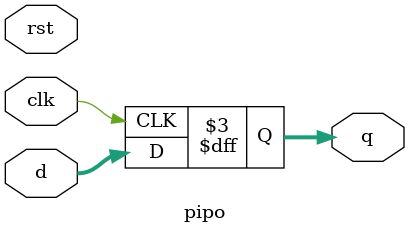
<source format=v>
module pipo(input[3:0]d,input clk,rst,output reg[3:0]q=0);
always@(posedge clk)
begin
    q[3]<=d[3];
    q[2]<=d[2];
    q[1]<=d[1];
    q[0]<=d[0];
end
endmodule

</source>
